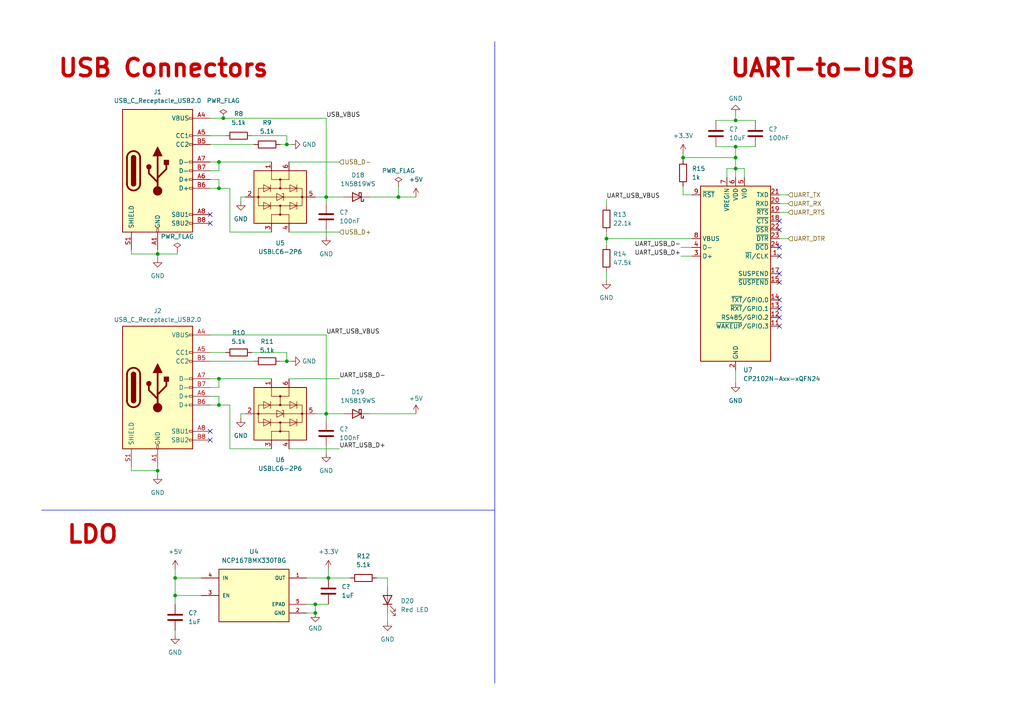
<source format=kicad_sch>
(kicad_sch (version 20230121) (generator eeschema)
  (paper "A4")
  (title_block (title "USB and Power"))
  (lib_symbols
    (symbol "Connector:USB_C_Receptacle_USB2.0" (pin_names (offset 1.016))
      (property "Reference" "J" (at -10.16 19.05 0))
      (property "Value" "USB_C_Receptacle_USB2.0" (at 19.05 19.05 0))
      (symbol "USB_C_Receptacle_USB2.0_0_0"
        (rectangle (start -0.254 -17.78) (end 0.254 -16.764))
        (rectangle (start 10.16 -14.986) (end 9.144 -15.494))
        (rectangle (start 10.16 -12.446) (end 9.144 -12.954))
        (rectangle (start 10.16 -4.826) (end 9.144 -5.334))
        (rectangle (start 10.16 -2.286) (end 9.144 -2.794))
        (rectangle (start 10.16 0.254) (end 9.144 -0.254))
        (rectangle (start 10.16 2.794) (end 9.144 2.286))
        (rectangle (start 10.16 7.874) (end 9.144 7.366))
        (rectangle (start 10.16 10.414) (end 9.144 9.906))
        (rectangle (start 10.16 15.494) (end 9.144 14.986))
      )
      (symbol "USB_C_Receptacle_USB2.0_0_1"
        (rectangle (start -10.16 17.78) (end 10.16 -17.78) (stroke (width 0.254)) (fill (type background)))
        (arc (start -8.89 -3.81) (mid -6.985 -5.7067) (end -5.08 -3.81) (stroke (width 0.508)))
        (arc (start -7.62 -3.81) (mid -6.985 -4.4423) (end -6.35 -3.81) (stroke (width 0.254)))
        (arc (start -7.62 -3.81) (mid -6.985 -4.4423) (end -6.35 -3.81) (stroke (width 0.254)) (fill (type outline)))
        (rectangle (start -7.62 -3.81) (end -6.35 3.81) (stroke (width 0.254)) (fill (type outline)))
        (arc (start -6.35 3.81) (mid -6.985 4.4423) (end -7.62 3.81) (stroke (width 0.254)))
        (arc (start -6.35 3.81) (mid -6.985 4.4423) (end -7.62 3.81) (stroke (width 0.254)) (fill (type outline)))
        (arc (start -5.08 3.81) (mid -6.985 5.7067) (end -8.89 3.81) (stroke (width 0.508)))
        (circle (center -2.54 1.143) (radius 0.635) (stroke (width 0.254)) (fill (type outline)))
        (circle (center 0 -5.842) (radius 1.27) (fill (type outline)))
        (polyline (pts (xy -8.89 -3.81) (xy -8.89 3.81)) (stroke (width 0.508)))
        (polyline (pts (xy -5.08 3.81) (xy -5.08 -3.81)) (stroke (width 0.508)))
        (polyline (pts (xy 0 -5.842) (xy 0 4.318)) (stroke (width 0.508)))
        (polyline (pts (xy 0 -3.302) (xy -2.54 -0.762) (xy -2.54 0.508)) (stroke (width 0.508)))
        (polyline (pts (xy 0 -2.032) (xy 2.54 0.508) (xy 2.54 1.778)) (stroke (width 0.508)))
        (polyline (pts (xy -1.27 4.318) (xy 0 6.858) (xy 1.27 4.318) (xy -1.27 4.318)) (stroke (width 0.254)) (fill (type outline)))
        (rectangle (start 1.905 1.778) (end 3.175 3.048) (stroke (width 0.254)) (fill (type outline)))
      )
      (symbol "USB_C_Receptacle_USB2.0_1_1"
        (pin passive line (at 0 -22.86 90) (length 5.08) (name "GND") (number "A1"))
        (pin passive line (at 0 -22.86 90) (length 5.08) hide (name "GND") (number "A12"))
        (pin passive line (at 15.24 15.24 180) (length 5.08) (name "VBUS") (number "A4"))
        (pin bidirectional line (at 15.24 10.16 180) (length 5.08) (name "CC1") (number "A5"))
        (pin bidirectional line (at 15.24 -2.54 180) (length 5.08) (name "D+") (number "A6"))
        (pin bidirectional line (at 15.24 2.54 180) (length 5.08) (name "D-") (number "A7"))
        (pin bidirectional line (at 15.24 -12.7 180) (length 5.08) (name "SBU1") (number "A8"))
        (pin passive line (at 15.24 15.24 180) (length 5.08) hide (name "VBUS") (number "A9"))
        (pin passive line (at 0 -22.86 90) (length 5.08) hide (name "GND") (number "B1"))
        (pin passive line (at 0 -22.86 90) (length 5.08) hide (name "GND") (number "B12"))
        (pin passive line (at 15.24 15.24 180) (length 5.08) hide (name "VBUS") (number "B4"))
        (pin bidirectional line (at 15.24 7.62 180) (length 5.08) (name "CC2") (number "B5"))
        (pin bidirectional line (at 15.24 -5.08 180) (length 5.08) (name "D+") (number "B6"))
        (pin bidirectional line (at 15.24 0 180) (length 5.08) (name "D-") (number "B7"))
        (pin bidirectional line (at 15.24 -15.24 180) (length 5.08) (name "SBU2") (number "B8"))
        (pin passive line (at 15.24 15.24 180) (length 5.08) hide (name "VBUS") (number "B9"))
        (pin passive line (at -7.62 -22.86 90) (length 5.08) (name "SHIELD") (number "S1"))
      )
    )
    (symbol "Device:C" (pin_numbers hide) (pin_names (offset 0.254))
      (property "Reference" "C" (at 0.635 2.54 0))
      (property "Value" "C" (at 0.635 -2.54 0))
      (symbol "C_0_1"
        (polyline (pts (xy -2.032 -0.762) (xy 2.032 -0.762)) (stroke (width 0.508)))
        (polyline (pts (xy -2.032 0.762) (xy 2.032 0.762)) (stroke (width 0.508)))
      )
      (symbol "C_1_1"
        (pin passive line (at 0 3.81 270) (length 2.794) (name "~") (number "1"))
        (pin passive line (at 0 -3.81 90) (length 2.794) (name "~") (number "2"))
      )
    )
    (symbol "Device:LED" (pin_numbers hide) (pin_names (offset 1.016) hide)
      (property "Reference" "D" (at 0 2.54 0))
      (property "Value" "LED" (at 0 -2.54 0))
      (symbol "LED_0_1"
        (polyline (pts (xy -1.27 -1.27) (xy -1.27 1.27)) (stroke (width 0.254)))
        (polyline (pts (xy -1.27 0) (xy 1.27 0)))
        (polyline (pts (xy 1.27 -1.27) (xy 1.27 1.27) (xy -1.27 0) (xy 1.27 -1.27)) (stroke (width 0.254)))
        (polyline (pts (xy -3.048 -0.762) (xy -4.572 -2.286) (xy -3.81 -2.286) (xy -4.572 -2.286) (xy -4.572 -1.524)))
        (polyline (pts (xy -1.778 -0.762) (xy -3.302 -2.286) (xy -2.54 -2.286) (xy -3.302 -2.286) (xy -3.302 -1.524)))
      )
      (symbol "LED_1_1"
        (pin passive line (at -3.81 0 0) (length 2.54) (name "K") (number "1"))
        (pin passive line (at 3.81 0 180) (length 2.54) (name "A") (number "2"))
      )
    )
    (symbol "Device:R" (pin_numbers hide) (pin_names (offset 0))
      (property "Reference" "R" (at 2.032 0 90))
      (property "Value" "R" (at 0 0 90))
      (symbol "R_0_1"
        (rectangle (start -1.016 -2.54) (end 1.016 2.54) (stroke (width 0.254)))
      )
      (symbol "R_1_1"
        (pin passive line (at 0 3.81 270) (length 1.27) (name "~") (number "1"))
        (pin passive line (at 0 -3.81 90) (length 1.27) (name "~") (number "2"))
      )
    )
    (symbol "Diode:1N5819WS" (pin_numbers hide) (pin_names (offset 1.016) hide)
      (property "Reference" "D" (at 0 2.54 0))
      (property "Value" "1N5819WS" (at 0 -2.54 0))
      (symbol "1N5819WS_0_1"
        (polyline (pts (xy 1.27 0) (xy -1.27 0)))
        (polyline (pts (xy 1.27 1.27) (xy 1.27 -1.27) (xy -1.27 0) (xy 1.27 1.27)) (stroke (width 0.254)))
        (polyline (pts (xy -1.905 0.635) (xy -1.905 1.27) (xy -1.27 1.27) (xy -1.27 -1.27) (xy -0.635 -1.27) (xy -0.635 -0.635)) (stroke (width 0.254)))
      )
      (symbol "1N5819WS_1_1"
        (pin passive line (at -3.81 0 0) (length 2.54) (name "K") (number "1"))
        (pin passive line (at 3.81 0 180) (length 2.54) (name "A") (number "2"))
      )
    )
    (symbol "Interface_USB:CP2102N-Axx-xQFN24"
      (property "Reference" "U" (at -8.89 26.67 0))
      (property "Value" "CP2102N-Axx-xQFN24" (at 13.97 26.67 0))
      (symbol "CP2102N-Axx-xQFN24_0_1"
        (rectangle (start -10.16 25.4) (end 10.16 -25.4) (stroke (width 0.254)) (fill (type background)))
      )
      (symbol "CP2102N-Axx-xQFN24_1_1"
        (pin bidirectional line (at 12.7 5.08 180) (length 2.54) (name "~{RI}/CLK") (number "1"))
        (pin no_connect line (at -10.16 -22.86 0) (length 2.54) hide (name "NC") (number "10"))
        (pin bidirectional line (at 12.7 -15.24 180) (length 2.54) (name "~{WAKEUP}/GPIO.3") (number "11"))
        (pin bidirectional line (at 12.7 -12.7 180) (length 2.54) (name "RS485/GPIO.2") (number "12"))
        (pin bidirectional line (at 12.7 -10.16 180) (length 2.54) (name "~{RXT}/GPIO.1") (number "13"))
        (pin bidirectional line (at 12.7 -7.62 180) (length 2.54) (name "~{TXT}/GPIO.0") (number "14"))
        (pin output line (at 12.7 -2.54 180) (length 2.54) (name "~{SUSPEND}") (number "15"))
        (pin no_connect line (at 10.16 -22.86 180) (length 2.54) hide (name "NC") (number "16"))
        (pin output line (at 12.7 0 180) (length 2.54) (name "SUSPEND") (number "17"))
        (pin input line (at 12.7 15.24 180) (length 2.54) (name "~{CTS}") (number "18"))
        (pin output line (at 12.7 17.78 180) (length 2.54) (name "~{RTS}") (number "19"))
        (pin power_in line (at 0 -27.94 90) (length 2.54) (name "GND") (number "2"))
        (pin input line (at 12.7 20.32 180) (length 2.54) (name "RXD") (number "20"))
        (pin output line (at 12.7 22.86 180) (length 2.54) (name "TXD") (number "21"))
        (pin input line (at 12.7 12.7 180) (length 2.54) (name "~{DSR}") (number "22"))
        (pin output line (at 12.7 10.16 180) (length 2.54) (name "~{DTR}") (number "23"))
        (pin input line (at 12.7 7.62 180) (length 2.54) (name "~{DCD}") (number "24"))
        (pin passive line (at 0 -27.94 90) (length 2.54) hide (name "GND") (number "25"))
        (pin bidirectional line (at -12.7 5.08 0) (length 2.54) (name "D+") (number "3"))
        (pin bidirectional line (at -12.7 7.62 0) (length 2.54) (name "D-") (number "4"))
        (pin power_in line (at 2.54 27.94 270) (length 2.54) (name "VIO") (number "5"))
        (pin power_in line (at 0 27.94 270) (length 2.54) (name "VDD") (number "6"))
        (pin power_in line (at -2.54 27.94 270) (length 2.54) (name "VREGIN") (number "7"))
        (pin input line (at -12.7 10.16 0) (length 2.54) (name "VBUS") (number "8"))
        (pin input line (at -12.7 22.86 0) (length 2.54) (name "~{RST}") (number "9"))
      )
    )
    (symbol "Power_Protection:USBLC6-2P6" (pin_names hide)
      (property "Reference" "U" (at 2.54 8.89 0))
      (property "Value" "USBLC6-2P6" (at 2.54 -8.89 0))
      (symbol "USBLC6-2P6_0_1"
        (rectangle (start -7.62 -7.62) (end 7.62 7.62) (stroke (width 0.254)) (fill (type background)))
        (circle (center -5.08 0) (radius 0.254) (fill (type outline)))
        (circle (center -2.54 0) (radius 0.254) (fill (type outline)))
        (rectangle (start -2.54 6.35) (end 2.54 -6.35))
        (circle (center 0 -6.35) (radius 0.254) (fill (type outline)))
        (polyline (pts (xy -5.08 -2.54) (xy -7.62 -2.54)))
        (polyline (pts (xy -5.08 0) (xy -5.08 -2.54)))
        (polyline (pts (xy -5.08 2.54) (xy -7.62 2.54)))
        (polyline (pts (xy -1.524 -2.794) (xy -3.556 -2.794)))
        (polyline (pts (xy -1.524 4.826) (xy -3.556 4.826)))
        (polyline (pts (xy 0 -7.62) (xy 0 -6.35)))
        (polyline (pts (xy 0 -6.35) (xy 0 1.27)))
        (polyline (pts (xy 0 1.27) (xy 0 6.35)))
        (polyline (pts (xy 0 6.35) (xy 0 7.62)))
        (polyline (pts (xy 1.524 -2.794) (xy 3.556 -2.794)))
        (polyline (pts (xy 1.524 4.826) (xy 3.556 4.826)))
        (polyline (pts (xy 5.08 -2.54) (xy 7.62 -2.54)))
        (polyline (pts (xy 5.08 0) (xy 5.08 -2.54)))
        (polyline (pts (xy 5.08 2.54) (xy 7.62 2.54)))
        (polyline (pts (xy -2.54 0) (xy -5.08 0) (xy -5.08 2.54)))
        (polyline (pts (xy 2.54 0) (xy 5.08 0) (xy 5.08 2.54)))
        (polyline (pts (xy -3.556 -4.826) (xy -1.524 -4.826) (xy -2.54 -2.794) (xy -3.556 -4.826)))
        (polyline (pts (xy -3.556 2.794) (xy -1.524 2.794) (xy -2.54 4.826) (xy -3.556 2.794)))
        (polyline (pts (xy -1.016 -1.016) (xy 1.016 -1.016) (xy 0 1.016) (xy -1.016 -1.016)))
        (polyline (pts (xy 1.016 1.016) (xy 0.762 1.016) (xy -1.016 1.016) (xy -1.016 0.508)))
        (polyline (pts (xy 3.556 -4.826) (xy 1.524 -4.826) (xy 2.54 -2.794) (xy 3.556 -4.826)))
        (polyline (pts (xy 3.556 2.794) (xy 1.524 2.794) (xy 2.54 4.826) (xy 3.556 2.794)))
        (circle (center 0 6.35) (radius 0.254) (fill (type outline)))
        (circle (center 2.54 0) (radius 0.254) (fill (type outline)))
        (circle (center 5.08 0) (radius 0.254) (fill (type outline)))
      )
      (symbol "USBLC6-2P6_1_1"
        (pin passive line (at -10.16 -2.54 0) (length 2.54) (name "I/O1") (number "1"))
        (pin passive line (at 0 -10.16 90) (length 2.54) (name "GND") (number "2"))
        (pin passive line (at 10.16 -2.54 180) (length 2.54) (name "I/O2") (number "3"))
        (pin passive line (at 10.16 2.54 180) (length 2.54) (name "I/O2") (number "4"))
        (pin passive line (at 0 10.16 270) (length 2.54) (name "VBUS") (number "5"))
        (pin passive line (at -10.16 2.54 0) (length 2.54) (name "I/O1") (number "6"))
      )
    )
    (symbol "USB_C_Receptacle_USB2.0_1" (pin_names (offset 1.016))
      (property "Reference" "J" (at -10.16 19.05 0))
      (property "Value" "USB_C_Receptacle_USB2.0" (at 19.05 19.05 0))
      (symbol "USB_C_Receptacle_USB2.0_1_0_0"
        (rectangle (start -0.254 -17.78) (end 0.254 -16.764))
        (rectangle (start 10.16 -14.986) (end 9.144 -15.494))
        (rectangle (start 10.16 -12.446) (end 9.144 -12.954))
        (rectangle (start 10.16 -4.826) (end 9.144 -5.334))
        (rectangle (start 10.16 -2.286) (end 9.144 -2.794))
        (rectangle (start 10.16 0.254) (end 9.144 -0.254))
        (rectangle (start 10.16 2.794) (end 9.144 2.286))
        (rectangle (start 10.16 7.874) (end 9.144 7.366))
        (rectangle (start 10.16 10.414) (end 9.144 9.906))
        (rectangle (start 10.16 15.494) (end 9.144 14.986))
      )
      (symbol "USB_C_Receptacle_USB2.0_1_0_1"
        (rectangle (start -10.16 17.78) (end 10.16 -17.78) (stroke (width 0.254)) (fill (type background)))
        (arc (start -8.89 -3.81) (mid -6.985 -5.7067) (end -5.08 -3.81) (stroke (width 0.508)))
        (arc (start -7.62 -3.81) (mid -6.985 -4.4423) (end -6.35 -3.81) (stroke (width 0.254)))
        (arc (start -7.62 -3.81) (mid -6.985 -4.4423) (end -6.35 -3.81) (stroke (width 0.254)) (fill (type outline)))
        (rectangle (start -7.62 -3.81) (end -6.35 3.81) (stroke (width 0.254)) (fill (type outline)))
        (arc (start -6.35 3.81) (mid -6.985 4.4423) (end -7.62 3.81) (stroke (width 0.254)))
        (arc (start -6.35 3.81) (mid -6.985 4.4423) (end -7.62 3.81) (stroke (width 0.254)) (fill (type outline)))
        (arc (start -5.08 3.81) (mid -6.985 5.7067) (end -8.89 3.81) (stroke (width 0.508)))
        (circle (center -2.54 1.143) (radius 0.635) (stroke (width 0.254)) (fill (type outline)))
        (circle (center 0 -5.842) (radius 1.27) (fill (type outline)))
        (polyline (pts (xy -8.89 -3.81) (xy -8.89 3.81)) (stroke (width 0.508)))
        (polyline (pts (xy -5.08 3.81) (xy -5.08 -3.81)) (stroke (width 0.508)))
        (polyline (pts (xy 0 -5.842) (xy 0 4.318)) (stroke (width 0.508)))
        (polyline (pts (xy 0 -3.302) (xy -2.54 -0.762) (xy -2.54 0.508)) (stroke (width 0.508)))
        (polyline (pts (xy 0 -2.032) (xy 2.54 0.508) (xy 2.54 1.778)) (stroke (width 0.508)))
        (polyline (pts (xy -1.27 4.318) (xy 0 6.858) (xy 1.27 4.318) (xy -1.27 4.318)) (stroke (width 0.254)) (fill (type outline)))
        (rectangle (start 1.905 1.778) (end 3.175 3.048) (stroke (width 0.254)) (fill (type outline)))
      )
      (symbol "USB_C_Receptacle_USB2.0_1_1_1"
        (pin passive line (at 0 -22.86 90) (length 5.08) (name "GND") (number "A1"))
        (pin passive line (at 0 -22.86 90) (length 5.08) hide (name "GND") (number "A12"))
        (pin passive line (at 15.24 15.24 180) (length 5.08) (name "VBUS") (number "A4"))
        (pin bidirectional line (at 15.24 10.16 180) (length 5.08) (name "CC1") (number "A5"))
        (pin bidirectional line (at 15.24 -2.54 180) (length 5.08) (name "D+") (number "A6"))
        (pin bidirectional line (at 15.24 2.54 180) (length 5.08) (name "D-") (number "A7"))
        (pin bidirectional line (at 15.24 -12.7 180) (length 5.08) (name "SBU1") (number "A8"))
        (pin passive line (at 15.24 15.24 180) (length 5.08) hide (name "VBUS") (number "A9"))
        (pin passive line (at 0 -22.86 90) (length 5.08) hide (name "GND") (number "B1"))
        (pin passive line (at 0 -22.86 90) (length 5.08) hide (name "GND") (number "B12"))
        (pin passive line (at 15.24 15.24 180) (length 5.08) hide (name "VBUS") (number "B4"))
        (pin bidirectional line (at 15.24 7.62 180) (length 5.08) (name "CC2") (number "B5"))
        (pin bidirectional line (at 15.24 -5.08 180) (length 5.08) (name "D+") (number "B6"))
        (pin bidirectional line (at 15.24 0 180) (length 5.08) (name "D-") (number "B7"))
        (pin bidirectional line (at 15.24 -15.24 180) (length 5.08) (name "SBU2") (number "B8"))
        (pin passive line (at 15.24 15.24 180) (length 5.08) hide (name "VBUS") (number "B9"))
        (pin passive line (at -7.62 -22.86 90) (length 5.08) (name "SHIELD") (number "S1"))
      )
    )
    (symbol "mantyl:NCP167BMX330TBG" (pin_names (offset 1.016))
      (property "Reference" "U" (at -10.1639 8.8979 0))
      (property "Value" "NCP167BMX330TBG" (at -10.1614 -10.1627 0))
      (symbol "NCP167BMX330TBG_0_0"
        (rectangle (start -10.16 -7.62) (end 10.16 7.62) (stroke (width 0.254)) (fill (type background)))
        (pin power_out line (at 15.24 5.08 180) (length 5.08) (name "OUT") (number "1"))
        (pin power_in line (at 15.24 -5.08 180) (length 5.08) (name "GND") (number "2"))
        (pin input line (at -15.24 0 0) (length 5.08) (name "EN") (number "3"))
        (pin power_in line (at -15.24 5.08 0) (length 5.08) (name "IN") (number "4"))
        (pin power_in line (at 15.24 -2.54 180) (length 5.08) (name "EPAD") (number "5"))
      )
    )
    (symbol "power:+3.3V" (power) (pin_names (offset 0))
      (property "Value" "+3.3V" (at 0 3.556 0))
      (symbol "+3.3V_0_1"
        (polyline (pts (xy -0.762 1.27) (xy 0 2.54)))
        (polyline (pts (xy 0 0) (xy 0 2.54)))
        (polyline (pts (xy 0 2.54) (xy 0.762 1.27)))
      )
      (symbol "+3.3V_1_1"
        (pin power_in line (at 0 0 90) (length 0) hide (name "+3.3V") (number "1"))
      )
    )
    (symbol "power:+5V" (power) (pin_names (offset 0))
      (property "Value" "+5V" (at 0 3.556 0))
      (symbol "+5V_0_1"
        (polyline (pts (xy -0.762 1.27) (xy 0 2.54)))
        (polyline (pts (xy 0 0) (xy 0 2.54)))
        (polyline (pts (xy 0 2.54) (xy 0.762 1.27)))
      )
      (symbol "+5V_1_1"
        (pin power_in line (at 0 0 90) (length 0) hide (name "+5V") (number "1"))
      )
    )
    (symbol "power:GND" (power) (pin_names (offset 0))
      (property "Value" "GND" (at 0 -3.81 0))
      (symbol "GND_0_1"
        (polyline (pts (xy 0 0) (xy 0 -1.27) (xy 1.27 -1.27) (xy 0 -2.54) (xy -1.27 -1.27) (xy 0 -1.27)))
      )
      (symbol "GND_1_1"
        (pin power_in line (at 0 0 270) (length 0) hide (name "GND") (number "1"))
      )
    )
    (symbol "power:PWR_FLAG" (power) (pin_numbers hide) (pin_names (offset 0) hide)
      (property "Value" "PWR_FLAG" (at 0 3.81 0))
      (symbol "PWR_FLAG_0_0"
        (pin power_out line (at 0 0 90) (length 0) (name "pwr") (number "1"))
      )
      (symbol "PWR_FLAG_0_1"
        (polyline (pts (xy 0 0) (xy 0 1.27) (xy -1.016 1.905) (xy 0 2.54) (xy 1.016 1.905) (xy 0 1.27)))
      )
    )
  )
  (junction (at 83.185 41.91))
  (junction (at 64.77 34.29))
  (junction (at 198.12 45.72))
  (junction (at 175.895 69.215))
  (junction (at 213.36 42.545))
  (junction (at 63.5 46.99))
  (junction (at 45.72 73.66))
  (junction (at 213.36 34.925))
  (junction (at 91.44 177.8))
  (junction (at 91.44 175.26))
  (junction (at 94.615 120.015))
  (junction (at 45.72 136.525))
  (junction (at 213.36 45.72))
  (junction (at 95.25 167.64))
  (junction (at 83.185 104.775))
  (junction (at 50.8 172.72))
  (junction (at 115.57 57.15))
  (junction (at 63.5 117.475))
  (junction (at 50.8 167.64))
  (junction (at 63.5 54.61))
  (junction (at 63.5 109.855))
  (junction (at 213.36 48.895))
  (junction (at 94.615 57.15))
  (no_connect (at 226.06 64.135))
  (no_connect (at 60.96 64.77))
  (no_connect (at 60.96 127.635))
  (no_connect (at 226.06 94.615))
  (no_connect (at 226.06 74.295))
  (no_connect (at 226.06 89.535))
  (no_connect (at 226.06 66.675))
  (no_connect (at 226.06 92.075))
  (no_connect (at 226.06 81.915))
  (no_connect (at 226.06 79.375))
  (no_connect (at 60.96 62.23))
  (no_connect (at 226.06 71.755))
  (no_connect (at 226.06 86.995))
  (no_connect (at 60.96 125.095))
  (wire (pts (xy 207.645 42.545) (xy 213.36 42.545)))
  (wire (pts (xy 60.96 104.775) (xy 73.66 104.775)))
  (wire (pts (xy 88.9 175.26) (xy 91.44 175.26)))
  (wire (pts (xy 63.5 114.935) (xy 63.5 117.475)))
  (wire (pts (xy 66.675 117.475) (xy 66.675 130.175)))
  (wire (pts (xy 213.36 34.925) (xy 219.075 34.925)))
  (wire (pts (xy 83.82 46.99) (xy 98.425 46.99)))
  (wire (pts (xy 175.895 78.74) (xy 175.895 81.28)))
  (wire (pts (xy 94.615 66.675) (xy 94.615 68.58)))
  (wire (pts (xy 226.06 59.055) (xy 228.6 59.055)))
  (wire (pts (xy 94.615 120.015) (xy 91.44 120.015)))
  (wire (pts (xy 38.1 136.525) (xy 45.72 136.525)))
  (wire (pts (xy 50.8 182.88) (xy 50.8 184.15)))
  (wire (pts (xy 45.72 73.66) (xy 45.72 74.93)))
  (wire (pts (xy 213.36 45.72) (xy 213.36 48.895)))
  (wire (pts (xy 91.44 175.26) (xy 95.25 175.26)))
  (wire (pts (xy 198.12 44.45) (xy 198.12 45.72)))
  (wire (pts (xy 38.1 73.66) (xy 45.72 73.66)))
  (wire (pts (xy 95.25 167.64) (xy 101.6 167.64)))
  (polyline (pts (xy 143.51 12.065) (xy 143.51 198.12)))
  (wire (pts (xy 66.675 67.31) (xy 78.74 67.31)))
  (wire (pts (xy 63.5 49.53) (xy 63.5 46.99)))
  (wire (pts (xy 94.615 57.15) (xy 91.44 57.15)))
  (wire (pts (xy 60.96 46.99) (xy 63.5 46.99)))
  (wire (pts (xy 60.96 54.61) (xy 63.5 54.61)))
  (wire (pts (xy 66.675 130.175) (xy 78.74 130.175)))
  (wire (pts (xy 83.185 41.91) (xy 84.455 41.91)))
  (wire (pts (xy 63.5 52.07) (xy 63.5 54.61)))
  (wire (pts (xy 83.82 67.31) (xy 98.425 67.31)))
  (wire (pts (xy 112.395 177.8) (xy 112.395 180.34)))
  (wire (pts (xy 73.025 102.235) (xy 83.185 102.235)))
  (wire (pts (xy 60.96 49.53) (xy 63.5 49.53)))
  (wire (pts (xy 64.77 34.29) (xy 94.615 34.29)))
  (wire (pts (xy 50.8 165.1) (xy 50.8 167.64)))
  (wire (pts (xy 83.82 109.855) (xy 98.425 109.855)))
  (wire (pts (xy 45.72 135.255) (xy 45.72 136.525)))
  (wire (pts (xy 88.9 177.8) (xy 91.44 177.8)))
  (wire (pts (xy 198.12 45.72) (xy 213.36 45.72)))
  (wire (pts (xy 197.485 74.295) (xy 200.66 74.295)))
  (wire (pts (xy 94.615 57.15) (xy 94.615 59.055)))
  (wire (pts (xy 45.72 136.525) (xy 45.72 137.795)))
  (wire (pts (xy 60.96 41.91) (xy 73.66 41.91)))
  (wire (pts (xy 51.435 73.66) (xy 45.72 73.66)))
  (wire (pts (xy 109.22 167.64) (xy 112.395 167.64)))
  (wire (pts (xy 66.675 54.61) (xy 66.675 67.31)))
  (wire (pts (xy 60.96 34.29) (xy 64.77 34.29)))
  (wire (pts (xy 50.8 167.64) (xy 58.42 167.64)))
  (wire (pts (xy 81.28 41.91) (xy 83.185 41.91)))
  (wire (pts (xy 213.36 42.545) (xy 213.36 45.72)))
  (wire (pts (xy 200.66 56.515) (xy 198.12 56.515)))
  (wire (pts (xy 63.5 112.395) (xy 63.5 109.855)))
  (wire (pts (xy 226.06 61.595) (xy 228.6 61.595)))
  (wire (pts (xy 63.5 109.855) (xy 78.74 109.855)))
  (wire (pts (xy 107.315 120.015) (xy 120.65 120.015)))
  (wire (pts (xy 213.36 107.315) (xy 213.36 111.125)))
  (wire (pts (xy 38.1 72.39) (xy 38.1 73.66)))
  (wire (pts (xy 73.025 39.37) (xy 83.185 39.37)))
  (wire (pts (xy 226.06 69.215) (xy 228.6 69.215)))
  (wire (pts (xy 94.615 34.29) (xy 94.615 57.15)))
  (wire (pts (xy 69.85 120.015) (xy 69.85 121.285)))
  (wire (pts (xy 198.12 45.72) (xy 198.12 46.355)))
  (wire (pts (xy 198.12 56.515) (xy 198.12 53.975)))
  (wire (pts (xy 112.395 167.64) (xy 112.395 170.18)))
  (wire (pts (xy 207.645 34.925) (xy 213.36 34.925)))
  (polyline (pts (xy 12.065 147.955) (xy 143.51 147.955)))
  (wire (pts (xy 175.895 67.31) (xy 175.895 69.215)))
  (wire (pts (xy 60.96 112.395) (xy 63.5 112.395)))
  (wire (pts (xy 94.615 129.54) (xy 94.615 131.445)))
  (wire (pts (xy 83.82 130.175) (xy 98.425 130.175)))
  (wire (pts (xy 83.185 39.37) (xy 83.185 41.91)))
  (wire (pts (xy 60.96 52.07) (xy 63.5 52.07)))
  (wire (pts (xy 60.96 39.37) (xy 65.405 39.37)))
  (wire (pts (xy 94.615 120.015) (xy 94.615 121.92)))
  (wire (pts (xy 71.12 120.015) (xy 69.85 120.015)))
  (wire (pts (xy 215.9 48.895) (xy 213.36 48.895)))
  (wire (pts (xy 60.96 102.235) (xy 65.405 102.235)))
  (wire (pts (xy 94.615 97.155) (xy 94.615 120.015)))
  (wire (pts (xy 83.185 102.235) (xy 83.185 104.775)))
  (wire (pts (xy 213.36 51.435) (xy 213.36 48.895)))
  (wire (pts (xy 197.485 71.755) (xy 200.66 71.755)))
  (wire (pts (xy 51.435 73.025) (xy 51.435 73.66)))
  (wire (pts (xy 50.8 172.72) (xy 50.8 175.26)))
  (wire (pts (xy 88.9 167.64) (xy 95.25 167.64)))
  (wire (pts (xy 50.8 167.64) (xy 50.8 172.72)))
  (wire (pts (xy 115.57 53.975) (xy 115.57 57.15)))
  (wire (pts (xy 63.5 46.99) (xy 78.74 46.99)))
  (wire (pts (xy 60.96 97.155) (xy 94.615 97.155)))
  (wire (pts (xy 94.615 120.015) (xy 99.695 120.015)))
  (wire (pts (xy 60.96 117.475) (xy 63.5 117.475)))
  (wire (pts (xy 91.44 175.26) (xy 91.44 177.8)))
  (wire (pts (xy 210.82 48.895) (xy 213.36 48.895)))
  (wire (pts (xy 95.25 165.1) (xy 95.25 167.64)))
  (wire (pts (xy 69.85 57.15) (xy 69.85 58.42)))
  (wire (pts (xy 210.82 51.435) (xy 210.82 48.895)))
  (wire (pts (xy 115.57 57.15) (xy 120.65 57.15)))
  (wire (pts (xy 60.96 109.855) (xy 63.5 109.855)))
  (wire (pts (xy 60.96 114.935) (xy 63.5 114.935)))
  (wire (pts (xy 175.895 69.215) (xy 175.895 71.12)))
  (wire (pts (xy 83.185 104.775) (xy 84.455 104.775)))
  (wire (pts (xy 94.615 57.15) (xy 99.695 57.15)))
  (wire (pts (xy 50.8 172.72) (xy 58.42 172.72)))
  (wire (pts (xy 45.72 72.39) (xy 45.72 73.66)))
  (wire (pts (xy 213.36 33.02) (xy 213.36 34.925)))
  (wire (pts (xy 213.36 42.545) (xy 219.075 42.545)))
  (wire (pts (xy 63.5 117.475) (xy 66.675 117.475)))
  (wire (pts (xy 175.895 57.785) (xy 175.895 59.69)))
  (wire (pts (xy 71.12 57.15) (xy 69.85 57.15)))
  (wire (pts (xy 81.28 104.775) (xy 83.185 104.775)))
  (wire (pts (xy 226.06 56.515) (xy 228.6 56.515)))
  (wire (pts (xy 63.5 54.61) (xy 66.675 54.61)))
  (wire (pts (xy 38.1 135.255) (xy 38.1 136.525)))
  (wire (pts (xy 175.895 69.215) (xy 200.66 69.215)))
  (wire (pts (xy 107.315 57.15) (xy 115.57 57.15)))
  (wire (pts (xy 215.9 51.435) (xy 215.9 48.895)))
  (text "UART-to-USB" (at 211.455 22.86 0) (effects (font (size 5 5) (thickness 1) bold) (justify left bottom)))
  (text "LDO" (at 19.05 158.115 0) (effects (font (size 5 5) (thickness 1) bold) (justify left bottom)))
  (text "USB Connectors" (at 16.51 22.86 0) (effects (font (size 5 5) (thickness 1) bold) (justify left bottom)))
  (label "UART_USB_D-" (at 98.425 109.855 0))
  (label "UART_USB_D-" (at 197.485 71.755 180))
  (label "UART_USB_VBUS" (at 175.895 57.785 0))
  (label "UART_USB_D+" (at 197.485 74.295 180))
  (label "USB_VBUS" (at 94.615 34.29 0))
  (label "UART_USB_D+" (at 98.425 130.175 0))
  (label "UART_USB_VBUS" (at 94.615 97.155 0))
  (hierarchical_label "UART_RTS" (shape input) (at 228.6 61.595 0))
  (hierarchical_label "UART_TX" (shape input) (at 228.6 56.515 0))
  (hierarchical_label "USB_D-" (shape input) (at 98.425 46.99 0))
  (hierarchical_label "UART_DTR" (shape input) (at 228.6 69.215 0))
  (hierarchical_label "USB_D+" (shape input) (at 98.425 67.31 0))
  (hierarchical_label "UART_RX" (shape input) (at 228.6 59.055 0))
  (symbol (lib_id "power:PWR_FLAG") (at 115.57 53.975 0) (unit 1)
    (property "Reference" "#FLG03" (effects hide))
    (property "Value" "PWR_FLAG" (at 115.57 49.53 0))
  )
  (symbol (lib_id "Power_Protection:USBLC6-2P6") (at 81.28 57.15 270) (unit 1)
    (property "Reference" "U5" (at 81.28 70.485 90))
    (property "Value" "USBLC6-2P6" (at 81.28 73.025 90))
    (property "Footprint" "Package_TO_SOT_SMD:SOT-666" (effects hide))
    (property "Datasheet" "https://www.st.com/resource/en/datasheet/usblc6-2.pdf" (effects hide))
    (property "LCSC Part #" "C2827693" (effects hide))
  )
  (symbol (lib_id "Device:R") (at 77.47 41.91 90) (unit 1)
    (property "Reference" "R9" (at 77.47 35.56 90))
    (property "Value" "5.1k" (at 77.47 38.1 90))
    (property "Footprint" "Resistor_SMD:R_0402_1005Metric" (effects hide))
    (property "LCSC Part #" "C25905" (effects hide))
  )
  (symbol (lib_id "power:GND") (at 69.85 121.285 0) (unit 1)
    (property "Reference" "#PWR018" (effects hide))
    (property "Value" "GND" (at 69.85 126.365 0))
  )
  (symbol (lib_id "Device:R") (at 175.895 74.93 0) (unit 1)
    (property "Reference" "R14" (at 177.8 73.66 0) (effects (justify left)))
    (property "Value" "47.5k" (at 177.8 76.2 0) (effects (justify left)))
    (property "Footprint" "Resistor_SMD:R_0402_1005Metric" (effects hide))
    (property "LCSC Part #" "C25792" (effects hide))
  )
  (symbol (lib_id "power:GND") (at 94.615 131.445 0) (unit 1)
    (property "Reference" "#PWR023" (effects hide))
    (property "Value" "GND" (at 94.615 136.525 0))
  )
  (symbol (lib_id "power:GND") (at 91.44 177.8 0) (unit 1)
    (property "Reference" "#PWR016" (effects hide))
    (property "Value" "GND" (at 91.44 182.245 0))
  )
  (symbol (lib_id "power:GND") (at 112.395 180.34 0) (unit 1)
    (property "Reference" "#PWR024" (effects hide))
    (property "Value" "GND" (at 112.395 185.42 0))
  )
  (symbol (lib_id "power:+5V") (at 120.65 57.15 0) (unit 1)
    (property "Reference" "#PWR077" (effects hide))
    (property "Value" "+5V" (at 120.65 52.07 0))
  )
  (symbol (lib_id "power:PWR_FLAG") (at 64.77 34.29 0) (unit 1)
    (property "Reference" "#FLG01" (effects hide))
    (property "Value" "PWR_FLAG" (at 64.77 29.21 0))
  )
  (symbol (lib_id "Power_Protection:USBLC6-2P6") (at 81.28 120.015 270) (unit 1)
    (property "Reference" "U6" (at 81.28 133.35 90))
    (property "Value" "USBLC6-2P6" (at 81.28 135.89 90))
    (property "Footprint" "Package_TO_SOT_SMD:SOT-666" (effects hide))
    (property "Datasheet" "https://www.st.com/resource/en/datasheet/usblc6-2.pdf" (effects hide))
    (property "LCSC Part #" "C2827693" (effects hide))
  )
  (symbol (lib_id "power:GND") (at 175.895 81.28 0) (unit 1)
    (property "Reference" "#PWR025" (effects hide))
    (property "Value" "GND" (at 175.895 86.36 0))
  )
  (symbol (lib_id "power:GND") (at 84.455 41.91 90) (unit 1)
    (property "Reference" "#PWR019" (effects hide))
    (property "Value" "GND" (at 87.63 41.91 90) (effects (justify right)))
  )
  (symbol (lib_id "power:PWR_FLAG") (at 51.435 73.025 0) (unit 1)
    (property "Reference" "#FLG02" (effects hide))
    (property "Value" "PWR_FLAG" (at 51.435 68.58 0))
  )
  (symbol (lib_id "Device:R") (at 198.12 50.165 180) (unit 1)
    (property "Reference" "R15" (at 200.66 48.895 0) (effects (justify right)))
    (property "Value" "1k" (at 200.66 51.435 0) (effects (justify right)))
    (property "Footprint" "Resistor_SMD:R_0402_1005Metric" (effects hide))
    (property "LCSC Part #" "C11702" (effects hide))
  )
  (symbol (lib_id "Interface_USB:CP2102N-Axx-xQFN24") (at 213.36 79.375 0) (unit 1)
    (property "Reference" "U7" (at 215.5541 107.315 0) (effects (justify left)))
    (property "Value" "CP2102N-Axx-xQFN24" (at 215.5541 109.855 0) (effects (justify left)))
    (property "Footprint" "Package_DFN_QFN:QFN-24-1EP_4x4mm_P0.5mm_EP2.6x2.6mm" (effects hide))
    (property "Datasheet" "https://www.silabs.com/documents/public/data-sheets/cp2102n-datasheet.pdf" (effects hide))
    (property "LCSC Part #" "C969151" (effects hide))
  )
  (symbol (lib_id "Diode:1N5819WS") (at 103.505 120.015 180) (unit 1)
    (property "Reference" "D19" (at 103.8225 113.665 0))
    (property "Value" "1N5819WS" (at 103.8225 116.205 0))
    (property "Footprint" "Diode_SMD:D_SOD-323" (effects hide))
    (property "Datasheet" "https://datasheet.lcsc.com/lcsc/2204281430_Guangdong-Hottech-1N5819WS_C191023.pdf" (effects hide))
    (property "LCSC Part #" "C191023" (effects hide))
  )
  (symbol (lib_id "Device:R") (at 175.895 63.5 0) (unit 1)
    (property "Reference" "R13" (at 177.8 62.23 0) (effects (justify left)))
    (property "Value" "22.1k" (at 177.8 64.77 0) (effects (justify left)))
    (property "Footprint" "Resistor_SMD:R_0402_1005Metric" (effects hide))
    (property "LCSC Part #" "C25768" (effects hide))
  )
  (symbol (lib_id "Device:C") (at 94.615 125.73 0) (unit 1)
    (property "Reference" "C?" (at 98.425 124.46 0) (effects (justify left)))
    (property "Value" "100nF" (at 98.425 127 0) (effects (justify left)))
    (property "Footprint" "Capacitor_SMD:C_0402_1005Metric" (effects hide))
    (property "LCSC Part #" "C307331" (effects hide))
    (instances (project "v2_controller" (path "" (reference "C?") (unit 1)) (path "" (reference "C?") (unit 1)) (path "" (reference "C16") (unit 1))))
  )
  (symbol (lib_name "USB_C_Receptacle_USB2.0_1") (lib_id "Connector:USB_C_Receptacle_USB2.0") (at 45.72 49.53 0) (unit 1)
    (property "Reference" "J1" (at 45.72 26.67 0))
    (property "Value" "USB_C_Receptacle_USB2.0" (at 45.72 29.21 0))
    (property "Footprint" "Connector_USB:USB_C_Receptacle_G-Switch_GT-USB-7051x" (effects hide))
    (property "Datasheet" "https://datasheet.lcsc.com/lcsc/2108072030_G-Switch-GT-USB-7051A_C2843970.pdf" (effects hide))
    (property "LCSC Part #" "C2843970" (effects hide))
  )
  (symbol (lib_id "power:GND") (at 45.72 74.93 0) (unit 1)
    (property "Reference" "#PWR014" (effects hide))
    (property "Value" "GND" (at 45.72 80.01 0))
  )
  (symbol (lib_id "power:+5V") (at 120.65 120.015 0) (unit 1)
    (property "Reference" "#PWR074" (effects hide))
    (property "Value" "+5V" (at 120.65 115.57 0))
  )
  (symbol (lib_id "Diode:1N5819WS") (at 103.505 57.15 180) (unit 1)
    (property "Reference" "D18" (at 103.8225 50.8 0))
    (property "Value" "1N5819WS" (at 103.8225 53.34 0))
    (property "Footprint" "Diode_SMD:D_SOD-323" (effects hide))
    (property "Datasheet" "https://datasheet.lcsc.com/lcsc/2204281430_Guangdong-Hottech-1N5819WS_C191023.pdf" (effects hide))
    (property "LCSC Part #" "C191023" (effects hide))
  )
  (symbol (lib_id "power:GND") (at 94.615 68.58 0) (unit 1)
    (property "Reference" "#PWR022" (effects hide))
    (property "Value" "GND" (at 94.615 73.66 0))
  )
  (symbol (lib_id "Device:R") (at 77.47 104.775 90) (unit 1)
    (property "Reference" "R11" (at 77.47 99.06 90))
    (property "Value" "5.1k" (at 77.47 101.6 90))
    (property "Footprint" "Resistor_SMD:R_0402_1005Metric" (effects hide))
    (property "LCSC Part #" "C25905" (effects hide))
  )
  (symbol (lib_id "Device:C") (at 219.075 38.735 0) (unit 1)
    (property "Reference" "C?" (at 222.885 37.465 0) (effects (justify left)))
    (property "Value" "100nF" (at 222.885 40.005 0) (effects (justify left)))
    (property "Footprint" "Capacitor_SMD:C_0402_1005Metric" (effects hide))
    (property "LCSC Part #" "C307331" (effects hide))
    (instances (project "v2_controller" (path "" (reference "C?") (unit 1)) (path "" (reference "C?") (unit 1)) (path "" (reference "C18") (unit 1))))
  )
  (symbol (lib_id "power:GND") (at 84.455 104.775 90) (unit 1)
    (property "Reference" "#PWR020" (effects hide))
    (property "Value" "GND" (at 87.63 104.775 90) (effects (justify right)))
  )
  (symbol (lib_id "power:+3.3V") (at 198.12 44.45 0) (unit 1)
    (property "Reference" "#PWR080" (effects hide))
    (property "Value" "+3.3V" (at 198.12 39.37 0))
  )
  (symbol (lib_id "Device:LED") (at 112.395 173.99 90) (unit 1)
    (property "Reference" "D20" (at 116.205 174.3075 90) (effects (justify right)))
    (property "Value" "Red LED" (at 116.205 176.8475 90) (effects (justify right)))
    (property "Footprint" "LED_SMD:LED_0603_1608Metric" (effects hide))
    (property "LCSC Part #" "C2286" (effects hide))
  )
  (symbol (lib_id "power:GND") (at 45.72 137.795 0) (unit 1)
    (property "Reference" "#PWR015" (effects hide))
    (property "Value" "GND" (at 45.72 142.875 0))
  )
  (symbol (lib_id "Device:R") (at 69.215 39.37 90) (unit 1)
    (property "Reference" "R8" (at 69.215 33.02 90))
    (property "Value" "5.1k" (at 69.215 35.56 90))
    (property "Footprint" "Resistor_SMD:R_0402_1005Metric" (effects hide))
    (property "LCSC Part #" "C25905" (effects hide))
  )
  (symbol (lib_id "power:GND") (at 50.8 184.15 0) (unit 1)
    (property "Reference" "#PWR013" (effects hide))
    (property "Value" "GND" (at 50.8 189.23 0))
  )
  (symbol (lib_id "Device:C") (at 94.615 62.865 0) (unit 1)
    (property "Reference" "C?" (at 98.425 61.595 0) (effects (justify left)))
    (property "Value" "100nF" (at 98.425 64.135 0) (effects (justify left)))
    (property "Footprint" "Capacitor_SMD:C_0402_1005Metric" (effects hide))
    (property "LCSC Part #" "C307331" (effects hide))
    (instances (project "v2_controller" (path "" (reference "C?") (unit 1)) (path "" (reference "C?") (unit 1)) (path "" (reference "C15") (unit 1))))
  )
  (symbol (lib_id "power:GND") (at 213.36 33.02 180) (unit 1)
    (property "Reference" "#PWR026" (effects hide))
    (property "Value" "GND" (at 213.36 28.575 0))
  )
  (symbol (lib_id "power:+3.3V") (at 95.25 165.1 0) (unit 1)
    (property "Reference" "#PWR05" (effects hide))
    (property "Value" "+3.3V" (at 95.25 160.02 0))
  )
  (symbol (lib_id "power:GND") (at 69.85 58.42 0) (unit 1)
    (property "Reference" "#PWR017" (effects hide))
    (property "Value" "GND" (at 69.85 63.5 0))
  )
  (symbol (lib_id "power:GND") (at 213.36 111.125 0) (unit 1)
    (property "Reference" "#PWR027" (effects hide))
    (property "Value" "GND" (at 213.36 116.205 0))
  )
  (symbol (lib_id "Device:R") (at 105.41 167.64 270) (unit 1)
    (property "Reference" "R12" (at 105.41 161.29 90))
    (property "Value" "5.1k" (at 105.41 163.83 90))
    (property "Footprint" "Resistor_SMD:R_0402_1005Metric" (effects hide))
    (property "LCSC Part #" "C25905" (effects hide))
  )
  (symbol (lib_id "Device:R") (at 69.215 102.235 90) (unit 1)
    (property "Reference" "R10" (at 69.215 96.52 90))
    (property "Value" "5.1k" (at 69.215 99.06 90))
    (property "Footprint" "Resistor_SMD:R_0402_1005Metric" (effects hide))
    (property "LCSC Part #" "C25905" (effects hide))
  )
  (symbol (lib_id "Device:C") (at 50.8 179.07 0) (unit 1)
    (property "Reference" "C?" (at 54.61 177.8 0) (effects (justify left)))
    (property "Value" "1uF" (at 54.61 180.34 0) (effects (justify left)))
    (property "Footprint" "Capacitor_SMD:C_0402_1005Metric" (effects hide))
    (property "LCSC Part #" "C52923" (effects hide))
    (instances (project "v2_controller" (path "" (reference "C?") (unit 1)) (path "" (reference "C1") (unit 1)) (path "" (reference "C11") (unit 1))))
  )
  (symbol (lib_id "power:+5V") (at 50.8 165.1 0) (unit 1)
    (property "Reference" "#PWR064" (effects hide))
    (property "Value" "+5V" (at 50.8 160.02 0))
  )
  (symbol (lib_id "Device:C") (at 207.645 38.735 0) (unit 1)
    (property "Reference" "C?" (at 211.455 37.465 0) (effects (justify left)))
    (property "Value" "10uF" (at 211.455 40.005 0) (effects (justify left)))
    (property "Footprint" "Capacitor_SMD:C_0603_1608Metric" (effects hide))
    (property "LCSC Part #" "C96446" (effects hide))
    (instances (project "v2_controller" (path "" (reference "C?") (unit 1)) (path "" (reference "C?") (unit 1)) (path "" (reference "C17") (unit 1))))
  )
  (symbol (lib_id "Connector:USB_C_Receptacle_USB2.0") (at 45.72 112.395 0) (unit 1)
    (property "Reference" "J2" (at 45.72 90.17 0))
    (property "Value" "USB_C_Receptacle_USB2.0" (at 45.72 92.71 0))
    (property "Footprint" "Connector_USB:USB_C_Receptacle_G-Switch_GT-USB-7051x" (effects hide))
    (property "Datasheet" "https://datasheet.lcsc.com/lcsc/2108072030_G-Switch-GT-USB-7051A_C2843970.pdf" (effects hide))
    (property "LCSC Part #" "C2843970" (effects hide))
  )
  (symbol (lib_id "mantyl:NCP167BMX330TBG") (at 73.66 172.72 0) (unit 1)
    (property "Reference" "U4" (at 73.66 160.02 0))
    (property "Value" "NCP167BMX330TBG" (at 73.66 162.56 0))
    (property "Footprint" "Package_DFN_QFN:OnSemi_XDFN4-1EP_1.0x1.0mm_EP0.52x0.52mm" (effects hide))
    (property "Datasheet" "https://www.onsemi.com/pdf/datasheet/ncp167-d.pdf" (effects hide))
    (property "Package" "XDFN-4 ON Semiconductor" (effects hide))
    (property "Description" "Linear Voltage Regulator IC Positive Fixed 1 Output 700mA 4-XDFN (1x1)" (effects hide))
    (property "LCSC Part #" "C892227" (effects hide))
    (property "Manufacturer Part #" "NCP167BMX330TBG" (effects hide))
    (property "Manufacturer" "Onsemi" (effects hide))
  )
  (symbol (lib_id "Device:C") (at 95.25 171.45 0) (unit 1)
    (property "Reference" "C?" (at 99.06 170.18 0) (effects (justify left)))
    (property "Value" "1uF" (at 99.06 172.72 0) (effects (justify left)))
    (property "Footprint" "Capacitor_SMD:C_0402_1005Metric" (effects hide))
    (property "LCSC Part #" "C52923" (effects hide))
    (instances (project "v2_controller" (path "" (reference "C?") (unit 1)) (path "" (reference "C1") (unit 1)) (path "" (reference "C12") (unit 1))))
  )
)
</source>
